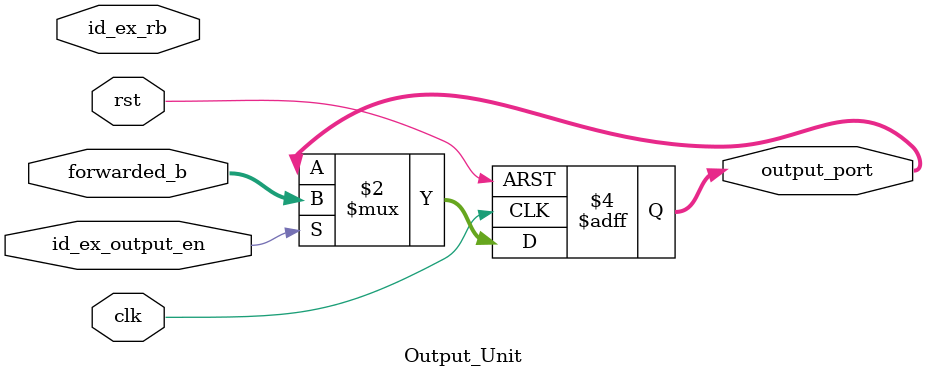
<source format=v>

module Output_Unit (
    input clk,
    input rst,
    input id_ex_output_en,
    input [7:0] forwarded_b,
    input [1:0] id_ex_rb,
    output reg [7:0] output_port
);

    always @(posedge clk or posedge rst) begin
        if (rst) begin
            output_port <= 8'h00;
            
        end else if (id_ex_output_en) begin
            output_port <= forwarded_b;

        end
    end

endmodule

</source>
